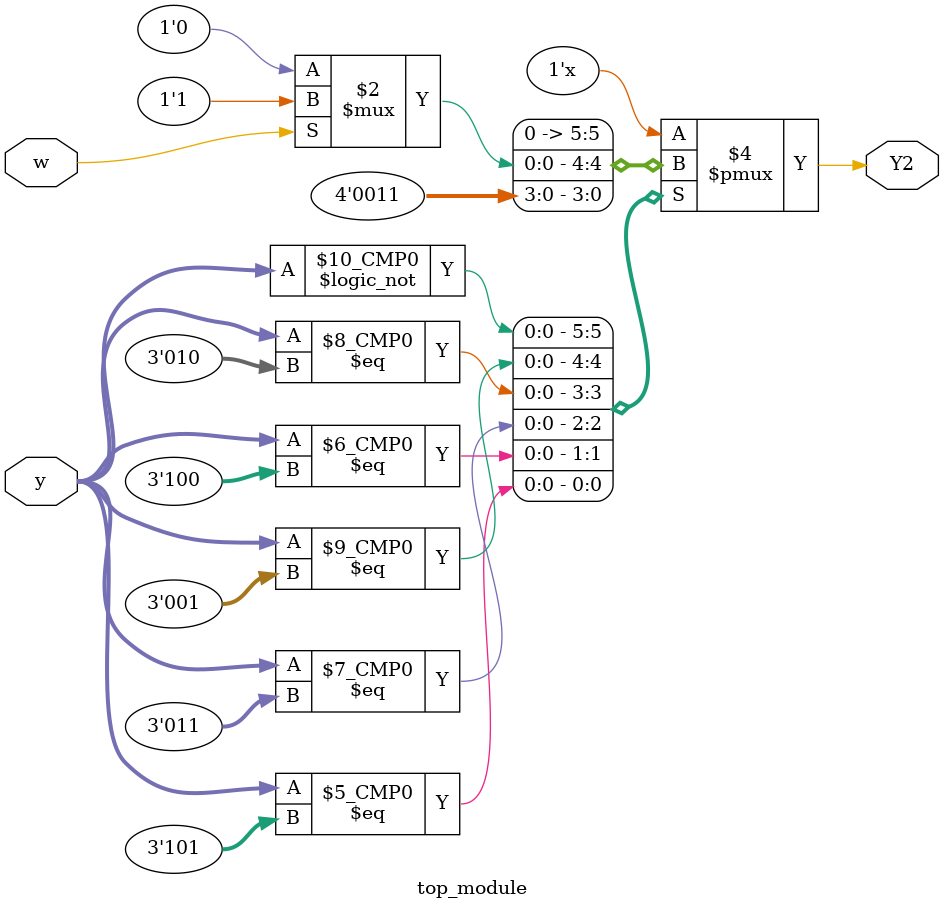
<source format=sv>
module top_module(
	input [3:1] y,
	input w,
	output reg Y2);

    // State encoding
    parameter A = 3'b000;
    parameter B = 3'b001;
    parameter C = 3'b010;
    parameter D = 3'b011;
    parameter E = 3'b100;
    parameter F = 3'b101;

    always @(*) begin
        case (y)
            A: Y2 = 1'b0;
            B: Y2 = w ? 1'b1 : 1'b0;
            C: Y2 = 1'b0;
            D: Y2 = 1'b0;
            E: Y2 = 1'b1;
            F: Y2 = 1'b1;
            default: Y2 = 1'bx;
        endcase
    end
endmodule

</source>
